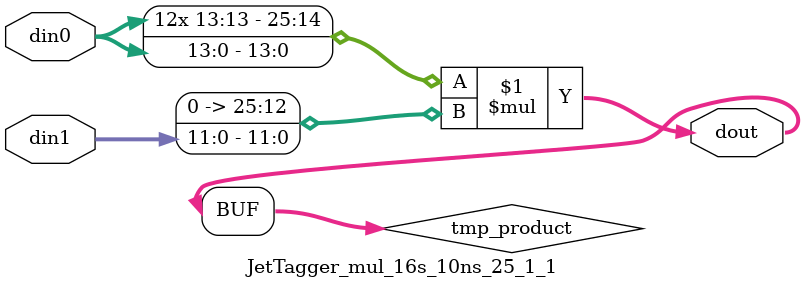
<source format=v>

`timescale 1 ns / 1 ps

  module JetTagger_mul_16s_10ns_25_1_1(din0, din1, dout);
parameter ID = 1;
parameter NUM_STAGE = 0;
parameter din0_WIDTH = 14;
parameter din1_WIDTH = 12;
parameter dout_WIDTH = 26;

input [din0_WIDTH - 1 : 0] din0; 
input [din1_WIDTH - 1 : 0] din1; 
output [dout_WIDTH - 1 : 0] dout;

wire signed [dout_WIDTH - 1 : 0] tmp_product;












assign tmp_product = $signed(din0) * $signed({1'b0, din1});









assign dout = tmp_product;







endmodule

</source>
